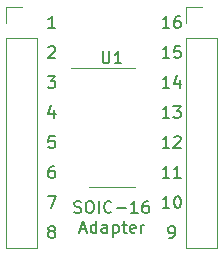
<source format=gbr>
%TF.GenerationSoftware,KiCad,Pcbnew,(5.1.9)-1*%
%TF.CreationDate,2021-09-21T23:47:53-04:00*%
%TF.ProjectId,SOIC-16_3.9mm Adapter,534f4943-2d31-4365-9f33-2e396d6d2041,rev?*%
%TF.SameCoordinates,Original*%
%TF.FileFunction,Legend,Top*%
%TF.FilePolarity,Positive*%
%FSLAX46Y46*%
G04 Gerber Fmt 4.6, Leading zero omitted, Abs format (unit mm)*
G04 Created by KiCad (PCBNEW (5.1.9)-1) date 2021-09-21 23:47:53*
%MOMM*%
%LPD*%
G01*
G04 APERTURE LIST*
%ADD10C,0.152400*%
%ADD11C,0.150000*%
%ADD12C,0.120000*%
G04 APERTURE END LIST*
D10*
X131451047Y-77043038D02*
X131596190Y-77091419D01*
X131838095Y-77091419D01*
X131934857Y-77043038D01*
X131983238Y-76994657D01*
X132031619Y-76897895D01*
X132031619Y-76801133D01*
X131983238Y-76704371D01*
X131934857Y-76655990D01*
X131838095Y-76607609D01*
X131644571Y-76559228D01*
X131547809Y-76510847D01*
X131499428Y-76462466D01*
X131451047Y-76365704D01*
X131451047Y-76268942D01*
X131499428Y-76172180D01*
X131547809Y-76123800D01*
X131644571Y-76075419D01*
X131886476Y-76075419D01*
X132031619Y-76123800D01*
X132660571Y-76075419D02*
X132854095Y-76075419D01*
X132950857Y-76123800D01*
X133047619Y-76220561D01*
X133096000Y-76414085D01*
X133096000Y-76752752D01*
X133047619Y-76946276D01*
X132950857Y-77043038D01*
X132854095Y-77091419D01*
X132660571Y-77091419D01*
X132563809Y-77043038D01*
X132467047Y-76946276D01*
X132418666Y-76752752D01*
X132418666Y-76414085D01*
X132467047Y-76220561D01*
X132563809Y-76123800D01*
X132660571Y-76075419D01*
X133531428Y-77091419D02*
X133531428Y-76075419D01*
X134595809Y-76994657D02*
X134547428Y-77043038D01*
X134402285Y-77091419D01*
X134305523Y-77091419D01*
X134160380Y-77043038D01*
X134063619Y-76946276D01*
X134015238Y-76849514D01*
X133966857Y-76655990D01*
X133966857Y-76510847D01*
X134015238Y-76317323D01*
X134063619Y-76220561D01*
X134160380Y-76123800D01*
X134305523Y-76075419D01*
X134402285Y-76075419D01*
X134547428Y-76123800D01*
X134595809Y-76172180D01*
X135031238Y-76704371D02*
X135805333Y-76704371D01*
X136821333Y-77091419D02*
X136240761Y-77091419D01*
X136531047Y-77091419D02*
X136531047Y-76075419D01*
X136434285Y-76220561D01*
X136337523Y-76317323D01*
X136240761Y-76365704D01*
X137692190Y-76075419D02*
X137498666Y-76075419D01*
X137401904Y-76123800D01*
X137353523Y-76172180D01*
X137256761Y-76317323D01*
X137208380Y-76510847D01*
X137208380Y-76897895D01*
X137256761Y-76994657D01*
X137305142Y-77043038D01*
X137401904Y-77091419D01*
X137595428Y-77091419D01*
X137692190Y-77043038D01*
X137740571Y-76994657D01*
X137788952Y-76897895D01*
X137788952Y-76655990D01*
X137740571Y-76559228D01*
X137692190Y-76510847D01*
X137595428Y-76462466D01*
X137401904Y-76462466D01*
X137305142Y-76510847D01*
X137256761Y-76559228D01*
X137208380Y-76655990D01*
X131959047Y-78477533D02*
X132442857Y-78477533D01*
X131862285Y-78767819D02*
X132200952Y-77751819D01*
X132539619Y-78767819D01*
X133313714Y-78767819D02*
X133313714Y-77751819D01*
X133313714Y-78719438D02*
X133216952Y-78767819D01*
X133023428Y-78767819D01*
X132926666Y-78719438D01*
X132878285Y-78671057D01*
X132829904Y-78574295D01*
X132829904Y-78284009D01*
X132878285Y-78187247D01*
X132926666Y-78138866D01*
X133023428Y-78090485D01*
X133216952Y-78090485D01*
X133313714Y-78138866D01*
X134232952Y-78767819D02*
X134232952Y-78235628D01*
X134184571Y-78138866D01*
X134087809Y-78090485D01*
X133894285Y-78090485D01*
X133797523Y-78138866D01*
X134232952Y-78719438D02*
X134136190Y-78767819D01*
X133894285Y-78767819D01*
X133797523Y-78719438D01*
X133749142Y-78622676D01*
X133749142Y-78525914D01*
X133797523Y-78429152D01*
X133894285Y-78380771D01*
X134136190Y-78380771D01*
X134232952Y-78332390D01*
X134716761Y-78090485D02*
X134716761Y-79106485D01*
X134716761Y-78138866D02*
X134813523Y-78090485D01*
X135007047Y-78090485D01*
X135103809Y-78138866D01*
X135152190Y-78187247D01*
X135200571Y-78284009D01*
X135200571Y-78574295D01*
X135152190Y-78671057D01*
X135103809Y-78719438D01*
X135007047Y-78767819D01*
X134813523Y-78767819D01*
X134716761Y-78719438D01*
X135490857Y-78090485D02*
X135877904Y-78090485D01*
X135636000Y-77751819D02*
X135636000Y-78622676D01*
X135684380Y-78719438D01*
X135781142Y-78767819D01*
X135877904Y-78767819D01*
X136603619Y-78719438D02*
X136506857Y-78767819D01*
X136313333Y-78767819D01*
X136216571Y-78719438D01*
X136168190Y-78622676D01*
X136168190Y-78235628D01*
X136216571Y-78138866D01*
X136313333Y-78090485D01*
X136506857Y-78090485D01*
X136603619Y-78138866D01*
X136652000Y-78235628D01*
X136652000Y-78332390D01*
X136168190Y-78429152D01*
X137087428Y-78767819D02*
X137087428Y-78090485D01*
X137087428Y-78284009D02*
X137135809Y-78187247D01*
X137184190Y-78138866D01*
X137280952Y-78090485D01*
X137377714Y-78090485D01*
D11*
X139509523Y-61412380D02*
X138938095Y-61412380D01*
X139223809Y-61412380D02*
X139223809Y-60412380D01*
X139128571Y-60555238D01*
X139033333Y-60650476D01*
X138938095Y-60698095D01*
X140366666Y-60412380D02*
X140176190Y-60412380D01*
X140080952Y-60460000D01*
X140033333Y-60507619D01*
X139938095Y-60650476D01*
X139890476Y-60840952D01*
X139890476Y-61221904D01*
X139938095Y-61317142D01*
X139985714Y-61364761D01*
X140080952Y-61412380D01*
X140271428Y-61412380D01*
X140366666Y-61364761D01*
X140414285Y-61317142D01*
X140461904Y-61221904D01*
X140461904Y-60983809D01*
X140414285Y-60888571D01*
X140366666Y-60840952D01*
X140271428Y-60793333D01*
X140080952Y-60793333D01*
X139985714Y-60840952D01*
X139938095Y-60888571D01*
X139890476Y-60983809D01*
X139509523Y-63952380D02*
X138938095Y-63952380D01*
X139223809Y-63952380D02*
X139223809Y-62952380D01*
X139128571Y-63095238D01*
X139033333Y-63190476D01*
X138938095Y-63238095D01*
X140414285Y-62952380D02*
X139938095Y-62952380D01*
X139890476Y-63428571D01*
X139938095Y-63380952D01*
X140033333Y-63333333D01*
X140271428Y-63333333D01*
X140366666Y-63380952D01*
X140414285Y-63428571D01*
X140461904Y-63523809D01*
X140461904Y-63761904D01*
X140414285Y-63857142D01*
X140366666Y-63904761D01*
X140271428Y-63952380D01*
X140033333Y-63952380D01*
X139938095Y-63904761D01*
X139890476Y-63857142D01*
X139509523Y-66492380D02*
X138938095Y-66492380D01*
X139223809Y-66492380D02*
X139223809Y-65492380D01*
X139128571Y-65635238D01*
X139033333Y-65730476D01*
X138938095Y-65778095D01*
X140366666Y-65825714D02*
X140366666Y-66492380D01*
X140128571Y-65444761D02*
X139890476Y-66159047D01*
X140509523Y-66159047D01*
X139509523Y-69032380D02*
X138938095Y-69032380D01*
X139223809Y-69032380D02*
X139223809Y-68032380D01*
X139128571Y-68175238D01*
X139033333Y-68270476D01*
X138938095Y-68318095D01*
X139842857Y-68032380D02*
X140461904Y-68032380D01*
X140128571Y-68413333D01*
X140271428Y-68413333D01*
X140366666Y-68460952D01*
X140414285Y-68508571D01*
X140461904Y-68603809D01*
X140461904Y-68841904D01*
X140414285Y-68937142D01*
X140366666Y-68984761D01*
X140271428Y-69032380D01*
X139985714Y-69032380D01*
X139890476Y-68984761D01*
X139842857Y-68937142D01*
X139509523Y-71572380D02*
X138938095Y-71572380D01*
X139223809Y-71572380D02*
X139223809Y-70572380D01*
X139128571Y-70715238D01*
X139033333Y-70810476D01*
X138938095Y-70858095D01*
X139890476Y-70667619D02*
X139938095Y-70620000D01*
X140033333Y-70572380D01*
X140271428Y-70572380D01*
X140366666Y-70620000D01*
X140414285Y-70667619D01*
X140461904Y-70762857D01*
X140461904Y-70858095D01*
X140414285Y-71000952D01*
X139842857Y-71572380D01*
X140461904Y-71572380D01*
X139509523Y-74112380D02*
X138938095Y-74112380D01*
X139223809Y-74112380D02*
X139223809Y-73112380D01*
X139128571Y-73255238D01*
X139033333Y-73350476D01*
X138938095Y-73398095D01*
X140461904Y-74112380D02*
X139890476Y-74112380D01*
X140176190Y-74112380D02*
X140176190Y-73112380D01*
X140080952Y-73255238D01*
X139985714Y-73350476D01*
X139890476Y-73398095D01*
X139509523Y-76652380D02*
X138938095Y-76652380D01*
X139223809Y-76652380D02*
X139223809Y-75652380D01*
X139128571Y-75795238D01*
X139033333Y-75890476D01*
X138938095Y-75938095D01*
X140128571Y-75652380D02*
X140223809Y-75652380D01*
X140319047Y-75700000D01*
X140366666Y-75747619D01*
X140414285Y-75842857D01*
X140461904Y-76033333D01*
X140461904Y-76271428D01*
X140414285Y-76461904D01*
X140366666Y-76557142D01*
X140319047Y-76604761D01*
X140223809Y-76652380D01*
X140128571Y-76652380D01*
X140033333Y-76604761D01*
X139985714Y-76557142D01*
X139938095Y-76461904D01*
X139890476Y-76271428D01*
X139890476Y-76033333D01*
X139938095Y-75842857D01*
X139985714Y-75747619D01*
X140033333Y-75700000D01*
X140128571Y-75652380D01*
X139509523Y-79192380D02*
X139700000Y-79192380D01*
X139795238Y-79144761D01*
X139842857Y-79097142D01*
X139938095Y-78954285D01*
X139985714Y-78763809D01*
X139985714Y-78382857D01*
X139938095Y-78287619D01*
X139890476Y-78240000D01*
X139795238Y-78192380D01*
X139604761Y-78192380D01*
X139509523Y-78240000D01*
X139461904Y-78287619D01*
X139414285Y-78382857D01*
X139414285Y-78620952D01*
X139461904Y-78716190D01*
X139509523Y-78763809D01*
X139604761Y-78811428D01*
X139795238Y-78811428D01*
X139890476Y-78763809D01*
X139938095Y-78716190D01*
X139985714Y-78620952D01*
X129444761Y-78620952D02*
X129349523Y-78573333D01*
X129301904Y-78525714D01*
X129254285Y-78430476D01*
X129254285Y-78382857D01*
X129301904Y-78287619D01*
X129349523Y-78240000D01*
X129444761Y-78192380D01*
X129635238Y-78192380D01*
X129730476Y-78240000D01*
X129778095Y-78287619D01*
X129825714Y-78382857D01*
X129825714Y-78430476D01*
X129778095Y-78525714D01*
X129730476Y-78573333D01*
X129635238Y-78620952D01*
X129444761Y-78620952D01*
X129349523Y-78668571D01*
X129301904Y-78716190D01*
X129254285Y-78811428D01*
X129254285Y-79001904D01*
X129301904Y-79097142D01*
X129349523Y-79144761D01*
X129444761Y-79192380D01*
X129635238Y-79192380D01*
X129730476Y-79144761D01*
X129778095Y-79097142D01*
X129825714Y-79001904D01*
X129825714Y-78811428D01*
X129778095Y-78716190D01*
X129730476Y-78668571D01*
X129635238Y-78620952D01*
X129206666Y-75652380D02*
X129873333Y-75652380D01*
X129444761Y-76652380D01*
X129730476Y-73112380D02*
X129540000Y-73112380D01*
X129444761Y-73160000D01*
X129397142Y-73207619D01*
X129301904Y-73350476D01*
X129254285Y-73540952D01*
X129254285Y-73921904D01*
X129301904Y-74017142D01*
X129349523Y-74064761D01*
X129444761Y-74112380D01*
X129635238Y-74112380D01*
X129730476Y-74064761D01*
X129778095Y-74017142D01*
X129825714Y-73921904D01*
X129825714Y-73683809D01*
X129778095Y-73588571D01*
X129730476Y-73540952D01*
X129635238Y-73493333D01*
X129444761Y-73493333D01*
X129349523Y-73540952D01*
X129301904Y-73588571D01*
X129254285Y-73683809D01*
X129778095Y-70572380D02*
X129301904Y-70572380D01*
X129254285Y-71048571D01*
X129301904Y-71000952D01*
X129397142Y-70953333D01*
X129635238Y-70953333D01*
X129730476Y-71000952D01*
X129778095Y-71048571D01*
X129825714Y-71143809D01*
X129825714Y-71381904D01*
X129778095Y-71477142D01*
X129730476Y-71524761D01*
X129635238Y-71572380D01*
X129397142Y-71572380D01*
X129301904Y-71524761D01*
X129254285Y-71477142D01*
X129730476Y-68365714D02*
X129730476Y-69032380D01*
X129492380Y-67984761D02*
X129254285Y-68699047D01*
X129873333Y-68699047D01*
X129206666Y-65492380D02*
X129825714Y-65492380D01*
X129492380Y-65873333D01*
X129635238Y-65873333D01*
X129730476Y-65920952D01*
X129778095Y-65968571D01*
X129825714Y-66063809D01*
X129825714Y-66301904D01*
X129778095Y-66397142D01*
X129730476Y-66444761D01*
X129635238Y-66492380D01*
X129349523Y-66492380D01*
X129254285Y-66444761D01*
X129206666Y-66397142D01*
X129254285Y-63047619D02*
X129301904Y-63000000D01*
X129397142Y-62952380D01*
X129635238Y-62952380D01*
X129730476Y-63000000D01*
X129778095Y-63047619D01*
X129825714Y-63142857D01*
X129825714Y-63238095D01*
X129778095Y-63380952D01*
X129206666Y-63952380D01*
X129825714Y-63952380D01*
X129825714Y-61412380D02*
X129254285Y-61412380D01*
X129540000Y-61412380D02*
X129540000Y-60412380D01*
X129444761Y-60555238D01*
X129349523Y-60650476D01*
X129254285Y-60698095D01*
D12*
%TO.C,U1*%
X134620000Y-64790000D02*
X131170000Y-64790000D01*
X134620000Y-64790000D02*
X136570000Y-64790000D01*
X134620000Y-74910000D02*
X132670000Y-74910000D01*
X134620000Y-74910000D02*
X136570000Y-74910000D01*
%TO.C,J2*%
X140910000Y-59630000D02*
X142240000Y-59630000D01*
X140910000Y-60960000D02*
X140910000Y-59630000D01*
X140910000Y-62230000D02*
X143570000Y-62230000D01*
X143570000Y-62230000D02*
X143570000Y-80070000D01*
X140910000Y-62230000D02*
X140910000Y-80070000D01*
X140910000Y-80070000D02*
X143570000Y-80070000D01*
%TO.C,J1*%
X125670000Y-59630000D02*
X127000000Y-59630000D01*
X125670000Y-60960000D02*
X125670000Y-59630000D01*
X125670000Y-62230000D02*
X128330000Y-62230000D01*
X128330000Y-62230000D02*
X128330000Y-80070000D01*
X125670000Y-62230000D02*
X125670000Y-80070000D01*
X125670000Y-80070000D02*
X128330000Y-80070000D01*
%TO.C,U1*%
D11*
X133858095Y-63402380D02*
X133858095Y-64211904D01*
X133905714Y-64307142D01*
X133953333Y-64354761D01*
X134048571Y-64402380D01*
X134239047Y-64402380D01*
X134334285Y-64354761D01*
X134381904Y-64307142D01*
X134429523Y-64211904D01*
X134429523Y-63402380D01*
X135429523Y-64402380D02*
X134858095Y-64402380D01*
X135143809Y-64402380D02*
X135143809Y-63402380D01*
X135048571Y-63545238D01*
X134953333Y-63640476D01*
X134858095Y-63688095D01*
%TD*%
M02*

</source>
